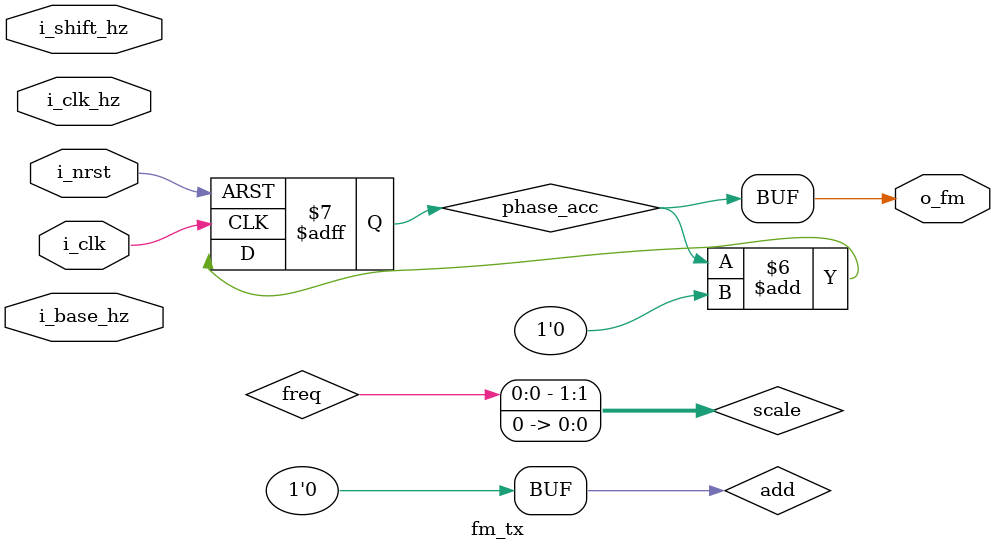
<source format=v>
`timescale 1ns/1ps


module fm_tx(
	input	   wire                    i_clk,
	input    wire                    i_nrst,
   input    wire  [p_hz_sz-1:0]     i_clk_hz,
   input    wire  [p_hz_sz-1:0]     i_base_hz,
   input    wire  [p_hz_sz-1:0]     i_shift_hz,
	output   wire                    o_fm
); 
   parameter   p_hz_sz  = 1;

   reg   [p_hz_sz-1:0]     phase_acc;
   wire  [p_hz_sz-1:0]     add;
   wire  [(2*p_hz_sz)-1:0] freq,
                           scale;

   assign o_fm    = phase_acc[p_hz_sz-1];
   assign freq    = i_base_hz + i_shift_hz;
   assign scale   = freq << p_hz_sz;
   
   // Hardware divide too much ?
   // Estimate with shifter
   // assign add = scale / i_clk_hz;
   assign add     = scale >> (p_hz_sz-1);

	always@(posedge i_clk or negedge i_nrst) begin
		if(!i_nrst) begin
		   phase_acc   <= 'd0;
      end else begin
         phase_acc   <= phase_acc + add;  
      end
   end
endmodule

</source>
